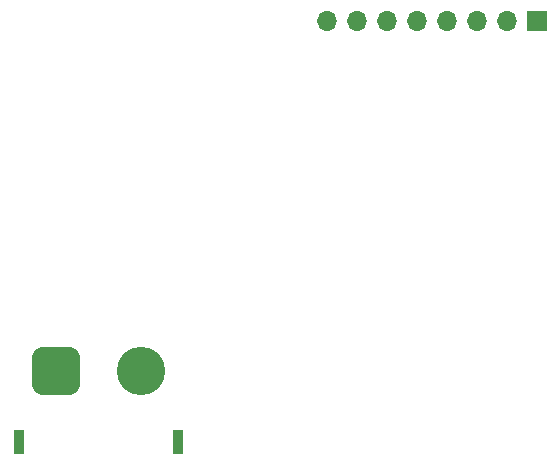
<source format=gbr>
%TF.GenerationSoftware,KiCad,Pcbnew,7.0.5*%
%TF.CreationDate,2023-06-27T23:48:29+08:00*%
%TF.ProjectId,BQ40Z80,42513430-5a38-4302-9e6b-696361645f70,rev?*%
%TF.SameCoordinates,Original*%
%TF.FileFunction,Soldermask,Bot*%
%TF.FilePolarity,Negative*%
%FSLAX46Y46*%
G04 Gerber Fmt 4.6, Leading zero omitted, Abs format (unit mm)*
G04 Created by KiCad (PCBNEW 7.0.5) date 2023-06-27 23:48:29*
%MOMM*%
%LPD*%
G01*
G04 APERTURE LIST*
G04 Aperture macros list*
%AMRoundRect*
0 Rectangle with rounded corners*
0 $1 Rounding radius*
0 $2 $3 $4 $5 $6 $7 $8 $9 X,Y pos of 4 corners*
0 Add a 4 corners polygon primitive as box body*
4,1,4,$2,$3,$4,$5,$6,$7,$8,$9,$2,$3,0*
0 Add four circle primitives for the rounded corners*
1,1,$1+$1,$2,$3*
1,1,$1+$1,$4,$5*
1,1,$1+$1,$6,$7*
1,1,$1+$1,$8,$9*
0 Add four rect primitives between the rounded corners*
20,1,$1+$1,$2,$3,$4,$5,0*
20,1,$1+$1,$4,$5,$6,$7,0*
20,1,$1+$1,$6,$7,$8,$9,0*
20,1,$1+$1,$8,$9,$2,$3,0*%
G04 Aperture macros list end*
%ADD10R,0.900000X2.000000*%
%ADD11RoundRect,1.025000X1.025000X1.025000X-1.025000X1.025000X-1.025000X-1.025000X1.025000X-1.025000X0*%
%ADD12C,4.100000*%
%ADD13R,1.700000X1.700000*%
%ADD14O,1.700000X1.700000*%
G04 APERTURE END LIST*
D10*
%TO.C,J5*%
X125596600Y-137729200D03*
X112096600Y-137729200D03*
D11*
X115246600Y-131729200D03*
D12*
X122446600Y-131729200D03*
%TD*%
D13*
%TO.C,J4*%
X155981400Y-102108000D03*
D14*
X153441400Y-102108000D03*
X150901400Y-102108000D03*
X148361400Y-102108000D03*
X145821400Y-102108000D03*
X143281400Y-102108000D03*
X140741400Y-102108000D03*
X138201400Y-102108000D03*
%TD*%
M02*

</source>
